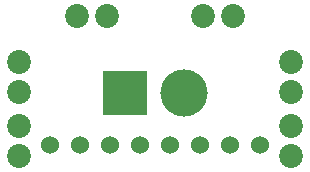
<source format=gbr>
%TF.GenerationSoftware,KiCad,Pcbnew,8.0.4*%
%TF.CreationDate,2024-10-21T10:59:18-07:00*%
%TF.ProjectId,adapter,61646170-7465-4722-9e6b-696361645f70,rev?*%
%TF.SameCoordinates,Original*%
%TF.FileFunction,Soldermask,Top*%
%TF.FilePolarity,Negative*%
%FSLAX46Y46*%
G04 Gerber Fmt 4.6, Leading zero omitted, Abs format (unit mm)*
G04 Created by KiCad (PCBNEW 8.0.4) date 2024-10-21 10:59:18*
%MOMM*%
%LPD*%
G01*
G04 APERTURE LIST*
%ADD10C,2.020000*%
%ADD11R,3.800000X3.800000*%
%ADD12C,4.000000*%
%ADD13C,1.524000*%
G04 APERTURE END LIST*
D10*
%TO.C,J5*%
X84900000Y-81150000D03*
X82360000Y-81150000D03*
%TD*%
%TO.C,J3*%
X77500000Y-85050000D03*
X77500000Y-87590000D03*
%TD*%
%TO.C,J7*%
X100500000Y-93040000D03*
X100500000Y-90500000D03*
%TD*%
D11*
%TO.C,J8*%
X86450000Y-87750000D03*
D12*
X91450000Y-87750000D03*
%TD*%
D10*
%TO.C,J6*%
X100500000Y-85060000D03*
X100500000Y-87600000D03*
%TD*%
D13*
%TO.C,J1*%
X80060000Y-92100000D03*
X82600000Y-92100000D03*
X85140000Y-92100000D03*
X87680000Y-92100000D03*
X90220000Y-92100000D03*
X92760000Y-92100000D03*
X95300000Y-92100000D03*
X97840000Y-92100000D03*
%TD*%
D10*
%TO.C,J4*%
X95590000Y-81150000D03*
X93050000Y-81150000D03*
%TD*%
%TO.C,J2*%
X77500000Y-90500000D03*
X77500000Y-93040000D03*
%TD*%
M02*

</source>
